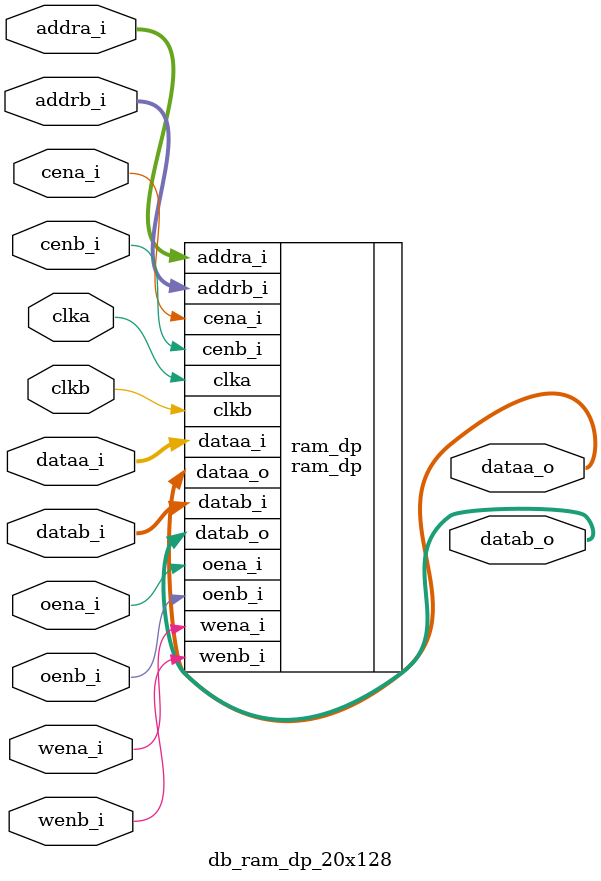
<source format=v>

`include "enc_defines.v"

module db_ram_dp_20x128 (
  clka    ,
  cena_i  ,
  oena_i  ,
  wena_i  ,
  addra_i ,
  dataa_o ,
  dataa_i ,
  clkb    ,
  cenb_i  ,
  oenb_i  ,
  wenb_i  ,
  addrb_i ,
  datab_o ,
  datab_i
);


//*** PARAMETER DECLARATION ****************************************************

  localparam Word_Width = 20 ;
  localparam Addr_Width = 7  ;


//*** INPUT/OUTPUT DECLARATION *************************************************
  // A port
  input                       clka    ;
  input                       cena_i  ;
  input                       oena_i  ;
  input                       wena_i  ;
  input  [Addr_Width-1 :0]    addra_i ;
  input  [Word_Width-1 :0]    dataa_i ;
  output [Word_Width-1 :0]    dataa_o ;

  // B Port
  input                       clkb    ;
  input                       cenb_i  ;
  input                       oenb_i  ;
  input                       wenb_i  ;
  input  [Addr_Width-1 :0]    addrb_i ;
  input  [Word_Width-1 :0]    datab_i ;
  output [Word_Width-1 :0]    datab_o ;


//*** MAIN BODY ****************************************************************

  ram_dp #(
    .Addr_Width    ( Addr_Width    ),
    .Word_Width    ( Word_Width    )
  ) ram_dp (
    .clka          ( clka          ),
    .cena_i        ( cena_i        ),
    .oena_i        ( oena_i        ),
    .wena_i        ( wena_i        ),
    .addra_i       ( addra_i       ),
    .dataa_o       ( dataa_o       ),
    .dataa_i       ( dataa_i       ),
    .clkb          ( clkb          ),
    .cenb_i        ( cenb_i        ),
    .oenb_i        ( oenb_i        ),
    .wenb_i        ( wenb_i        ),
    .addrb_i       ( addrb_i       ),
    .datab_o       ( datab_o       ),
    .datab_i       ( datab_i       )
    );

endmodule
</source>
